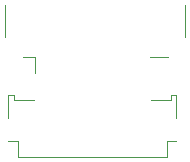
<source format=gbr>
%TF.GenerationSoftware,KiCad,Pcbnew,(6.0.11)*%
%TF.CreationDate,2023-04-13T19:56:29-04:00*%
%TF.ProjectId,HDMI FFC,48444d49-2046-4464-932e-6b696361645f,rev?*%
%TF.SameCoordinates,Original*%
%TF.FileFunction,Legend,Top*%
%TF.FilePolarity,Positive*%
%FSLAX46Y46*%
G04 Gerber Fmt 4.6, Leading zero omitted, Abs format (unit mm)*
G04 Created by KiCad (PCBNEW (6.0.11)) date 2023-04-13 19:56:29*
%MOMM*%
%LPD*%
G01*
G04 APERTURE LIST*
%ADD10C,0.120000*%
G04 APERTURE END LIST*
D10*
%TO.C,J2*%
X137820004Y-81150000D02*
X138270003Y-81150000D01*
X151569971Y-81500000D02*
X151569971Y-81150000D01*
X138270003Y-81150000D02*
X138270003Y-81500000D01*
X151219970Y-85050000D02*
X151219970Y-86400000D01*
X149887486Y-81500000D02*
X151569971Y-81500000D01*
X152019970Y-81150000D02*
X152019970Y-83032500D01*
X138270003Y-81500000D02*
X139952486Y-81500000D01*
X137820004Y-83032500D02*
X137820004Y-81150000D01*
X138620004Y-85050000D02*
X137820004Y-85050000D01*
X138620004Y-86400000D02*
X151219970Y-86400000D01*
X152019970Y-85050000D02*
X151219970Y-85050000D01*
X151569971Y-81150000D02*
X152019970Y-81150000D01*
X138620004Y-86400000D02*
X138620004Y-85050000D01*
%TO.C,J1*%
X152790000Y-73475000D02*
X152790000Y-76175000D01*
X140070000Y-77895000D02*
X139020000Y-77895000D01*
X137550000Y-76175000D02*
X137550000Y-73475000D01*
X151320000Y-77895000D02*
X149770000Y-77895000D01*
X140070000Y-79225000D02*
X140070000Y-77895000D01*
%TD*%
M02*

</source>
